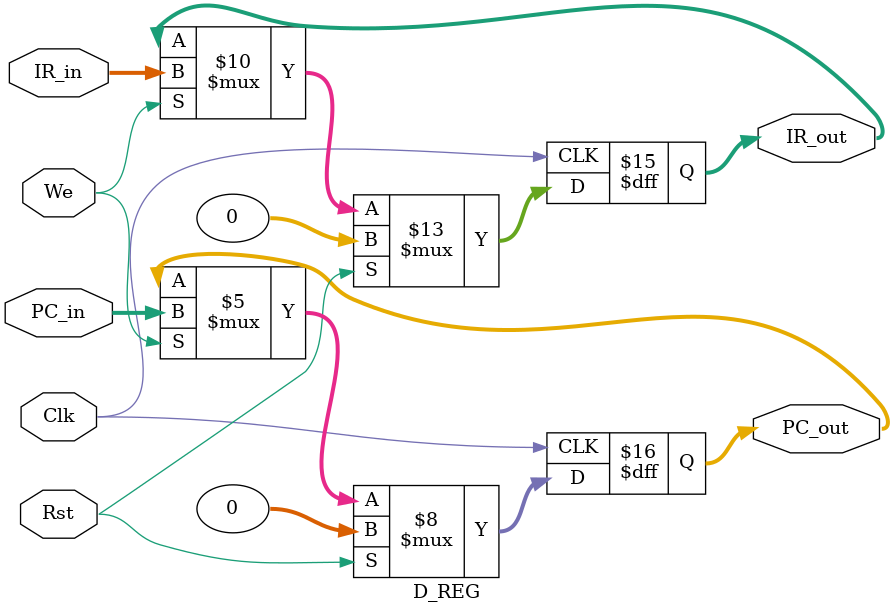
<source format=v>
`timescale 1ns / 1ps
module D_REG(
    input Clk,
    input Rst,
    input We,
    input [31:0] IR_in,
    input [31:0] PC_in,
    output reg [31:0] IR_out,
    output reg [31:0] PC_out
    );

	always @(posedge Clk) begin
		if(Rst == 1) begin
			IR_out <= 0;
			PC_out <= 0;
		end else if(We == 1) begin
			IR_out <= IR_in;
			PC_out <= PC_in;
		end
	end
	
	initial begin
		IR_out = 0;
		PC_out = 0;
	end

endmodule

</source>
